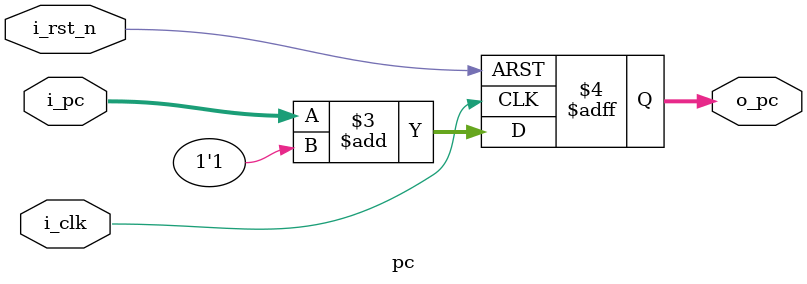
<source format=v>
module pc(i_clk, i_rst_n, i_pc, o_pc);

input               i_clk, i_rst_n;
input       [31:0]  i_pc;
output  reg [31:0]  o_pc;

always @(posedge i_clk, negedge i_rst_n) begin
    if(~i_rst_n)begin
        o_pc <= 32'd0;
    end 
    else begin
        o_pc <= i_pc + 1'b1;    
    end
end
   
endmodule
</source>
